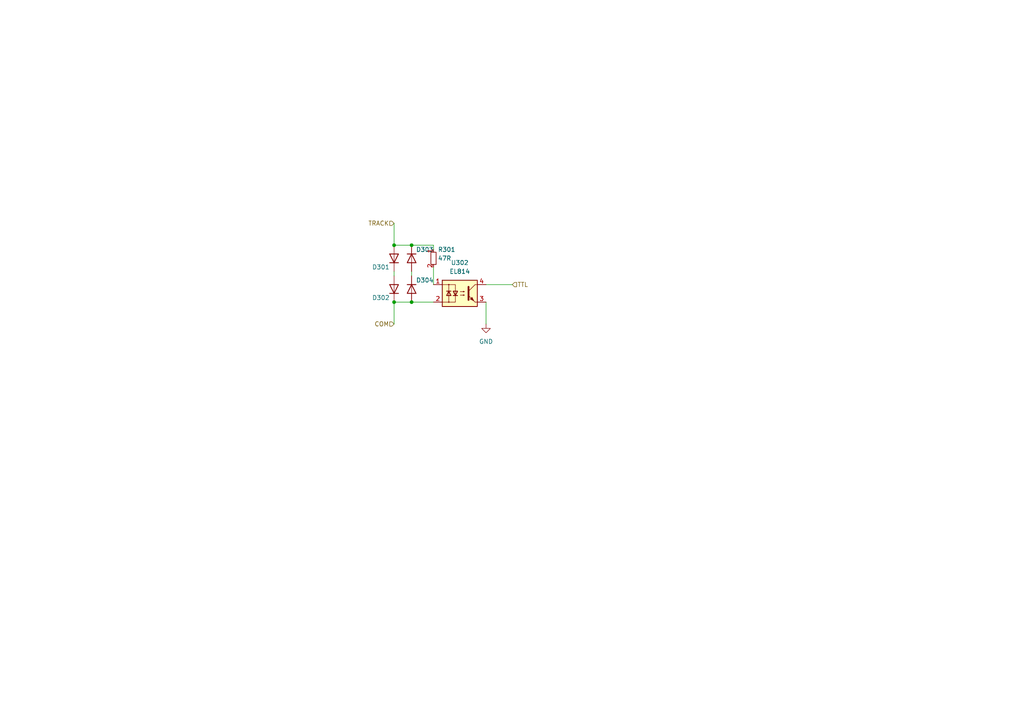
<source format=kicad_sch>
(kicad_sch (version 20230121) (generator eeschema)
  (paper "A4")
  (lib_symbols
    (symbol "custom_kicad_lib_sk:EL814S" (pin_names (offset 1.016))
      (property "Reference" "U" (at -5.334 4.826 0))
      (property "Value" "EL814" (at 0 5.08 0))
      (symbol "EL814S_0_1"
        (rectangle (start -5.08 3.81) (end 5.08 -3.81) (stroke (width 0.254)) (fill (type background)))
        (circle (center -3.175 -2.54) (radius 0.127))
        (circle (center -3.175 2.54) (radius 0.127))
        (polyline (pts (xy -3.81 0.635) (xy -2.54 0.635)) (stroke (width 0.254)))
        (polyline (pts (xy -3.175 -0.635) (xy -3.175 -2.54)))
        (polyline (pts (xy -3.175 0.635) (xy -3.175 -0.635)))
        (polyline (pts (xy -3.175 0.635) (xy -3.175 2.54)))
        (polyline (pts (xy -1.905 -0.635) (xy -0.635 -0.635)) (stroke (width 0.254)))
        (polyline (pts (xy -1.27 0.635) (xy -1.27 -0.635)))
        (polyline (pts (xy 2.54 0.635) (xy 4.445 2.54)))
        (polyline (pts (xy 4.445 -2.54) (xy 2.54 -0.635)) (fill (type outline)))
        (polyline (pts (xy 4.445 -2.54) (xy 5.08 -2.54)))
        (polyline (pts (xy 4.445 2.54) (xy 5.08 2.54)))
        (polyline (pts (xy -5.08 2.54) (xy -1.27 2.54) (xy -1.27 0.635)))
        (polyline (pts (xy -1.27 -0.635) (xy -1.27 -2.54) (xy -5.08 -2.54)))
        (polyline (pts (xy 2.54 1.905) (xy 2.54 -1.905) (xy 2.54 -1.905)) (stroke (width 0.508)))
        (polyline (pts (xy -3.175 0.635) (xy -3.81 -0.635) (xy -2.54 -0.635) (xy -3.175 0.635)) (stroke (width 0.254)))
        (polyline (pts (xy -1.27 -0.635) (xy -1.905 0.635) (xy -0.635 0.635) (xy -1.27 -0.635)) (stroke (width 0.254)))
        (polyline (pts (xy 0.127 -0.508) (xy 1.397 -0.508) (xy 1.016 -0.635) (xy 1.016 -0.381) (xy 1.397 -0.508)))
        (polyline (pts (xy 0.127 0.508) (xy 1.397 0.508) (xy 1.016 0.381) (xy 1.016 0.635) (xy 1.397 0.508)))
        (polyline (pts (xy 3.048 -1.651) (xy 3.556 -1.143) (xy 4.064 -2.159) (xy 3.048 -1.651) (xy 3.048 -1.651)) (fill (type outline)))
      )
      (symbol "EL814S_1_1"
        (pin passive line (at -7.62 2.54 0) (length 2.54) (name "~") (number "1"))
        (pin passive line (at -7.62 -2.54 0) (length 2.54) (name "~") (number "2"))
        (pin passive line (at 7.62 -2.54 180) (length 2.54) (name "~") (number "3"))
        (pin passive line (at 7.62 2.54 180) (length 2.54) (name "~") (number "4"))
      )
    )
    (symbol "custom_kicad_lib_sk:SS53" (pin_numbers hide) (pin_names (offset 1.016) hide)
      (property "Reference" "D" (at 0 2.54 0))
      (property "Value" "SS53" (at 0 -1.27 0))
      (symbol "SS53_0_1"
        (polyline (pts (xy -1.27 2.54) (xy -1.27 0)) (stroke (width 0.254)))
        (polyline (pts (xy 1.27 1.27) (xy -1.27 1.27)))
        (polyline (pts (xy 1.27 2.54) (xy 1.27 0) (xy -1.27 1.27) (xy 1.27 2.54)) (stroke (width 0.254)))
      )
      (symbol "SS53_1_1"
        (pin passive line (at -3.81 1.27 0) (length 2.54) (name "K") (number "1"))
        (pin passive line (at 3.81 1.27 180) (length 2.54) (name "A") (number "2"))
      )
    )
    (symbol "power:GND" (power) (pin_names (offset 0))
      (property "Value" "GND" (at 0 -3.81 0))
      (symbol "GND_0_1"
        (polyline (pts (xy 0 0) (xy 0 -1.27) (xy 1.27 -1.27) (xy 0 -2.54) (xy -1.27 -1.27) (xy 0 -1.27)))
      )
      (symbol "GND_1_1"
        (pin power_in line (at 0 0 270) (length 0) hide (name "GND") (number "1"))
      )
    )
    (symbol "resistors_0603:R_47R_0603"
      (property "Reference" "R" (at 1.27 2.54 0))
      (property "Value" "47R" (at 2.54 -2.54 0))
      (symbol "R_47R_0603_0_1"
        (rectangle (start -0.762 1.778) (end 0.762 -1.778) (stroke (width 0.2032)))
      )
      (symbol "R_47R_0603_1_1"
        (pin passive line (at 0 2.54 270) (length 0.762) (name "~") (number "1"))
        (pin passive line (at 0 -2.54 90) (length 0.762) (name "~") (number "2"))
      )
    )
  )
  (junction (at 119.38 71.12))
  (junction (at 114.3 87.63))
  (junction (at 114.3 71.12))
  (junction (at 119.38 87.63))
  (wire (pts (xy 125.73 72.39) (xy 125.73 71.12)))
  (wire (pts (xy 119.38 87.63) (xy 125.73 87.63)))
  (wire (pts (xy 125.73 77.47) (xy 125.73 82.55)))
  (wire (pts (xy 140.97 87.63) (xy 140.97 93.98)))
  (wire (pts (xy 119.38 71.12) (xy 125.73 71.12)))
  (wire (pts (xy 114.3 87.63) (xy 114.3 93.98)))
  (wire (pts (xy 114.3 71.12) (xy 119.38 71.12)))
  (wire (pts (xy 114.3 64.77) (xy 114.3 71.12)))
  (wire (pts (xy 114.3 78.74) (xy 114.3 80.01)))
  (wire (pts (xy 114.3 87.63) (xy 119.38 87.63)))
  (wire (pts (xy 119.38 78.74) (xy 119.38 80.01)))
  (wire (pts (xy 140.97 82.55) (xy 148.59 82.55)))
  (hierarchical_label "TTL" (shape input) (at 148.59 82.55 0))
  (hierarchical_label "TRACK" (shape input) (at 114.3 64.77 180))
  (hierarchical_label "COM" (shape input) (at 114.3 93.98 180))
  (symbol (lib_id "resistors_0603:R_47R_0603") (at 125.73 74.93 0) (unit 1)
    (property "Reference" "R301" (at 127 72.39 0) (effects (justify left)))
    (property "Value" "47R" (at 127 74.93 0) (effects (justify left)))
    (property "Footprint" "custom_kicad_lib_sk:R_0603_smalltext" (effects hide))
    (property "JLCPCB Part#" "C23182" (effects hide))
    (instances (project "BloX_ABC_MkII" (path "" (reference "R301") (unit 1)) (path "" (reference "R401") (unit 1))))
  )
  (symbol (lib_id "custom_kicad_lib_sk:SS53") (at 118.11 83.82 270) (unit 1)
    (property "Reference" "D304" (at 120.65 81.28 90) (effects (justify left)))
    (property "Value" "SS53" (effects hide))
    (property "Footprint" "Diode_SMD:D_SMA" (effects hide))
    (property "Sim.Device" "D" (effects hide))
    (property "Sim.Pins" "1=K 2=A" (effects hide))
    (property "JLCPCB Part#" "C8678" (effects hide))
    (instances (project "BloX_ABC_MkII" (path "" (reference "D304") (unit 1)) (path "" (reference "D404") (unit 1))))
  )
  (symbol (lib_id "custom_kicad_lib_sk:SS53") (at 118.11 74.93 270) (unit 1)
    (property "Reference" "D303" (at 120.65 72.39 90) (effects (justify left)))
    (property "Value" "SS53" (effects hide))
    (property "Footprint" "Diode_SMD:D_SMA" (effects hide))
    (property "Sim.Device" "D" (effects hide))
    (property "Sim.Pins" "1=K 2=A" (effects hide))
    (property "JLCPCB Part#" "C8678" (effects hide))
    (instances (project "BloX_ABC_MkII" (path "" (reference "D303") (unit 1)) (path "" (reference "D403") (unit 1))))
  )
  (symbol (lib_id "custom_kicad_lib_sk:SS53") (at 115.57 74.93 90) (unit 1)
    (property "Reference" "D301" (at 113.03 77.47 90) (effects (justify left)))
    (property "Value" "SS53" (effects hide))
    (property "Footprint" "Diode_SMD:D_SMA" (effects hide))
    (property "Sim.Device" "D" (effects hide))
    (property "Sim.Pins" "1=K 2=A" (effects hide))
    (property "JLCPCB Part#" "C8678" (effects hide))
    (instances (project "BloX_ABC_MkII" (path "" (reference "D301") (unit 1)) (path "" (reference "D401") (unit 1))))
  )
  (symbol (lib_id "custom_kicad_lib_sk:SS53") (at 115.57 83.82 90) (unit 1)
    (property "Reference" "D302" (at 113.03 86.36 90) (effects (justify left)))
    (property "Value" "SS53" (effects hide))
    (property "Footprint" "Diode_SMD:D_SMA" (effects hide))
    (property "Sim.Device" "D" (effects hide))
    (property "Sim.Pins" "1=K 2=A" (effects hide))
    (property "JLCPCB Part#" "C8678" (effects hide))
    (instances (project "BloX_ABC_MkII" (path "" (reference "D302") (unit 1)) (path "" (reference "D402") (unit 1))))
  )
  (symbol (lib_id "power:GND") (at 140.97 93.98 0) (unit 1)
    (property "Reference" "#PWR0301" (effects hide))
    (property "Value" "GND" (at 140.97 99.06 0))
    (instances (project "BloX_ABC_MkII" (path "" (reference "#PWR0301") (unit 1)) (path "" (reference "#PWR0401") (unit 1))))
  )
  (symbol (lib_id "custom_kicad_lib_sk:EL814S") (at 133.35 85.09 0) (unit 1)
    (property "Reference" "U302" (at 133.35 76.2 0))
    (property "Value" "EL814" (at 133.35 78.74 0))
    (property "Footprint" "Package_DIP:SMDIP-4_W9.53mm" (effects hide))
    (property "Datasheet" "http://www.everlight.com/file/ProductFile/EL814.pdf" (effects hide))
    (property "JLCPCB Part#" "C500388" (effects hide))
    (instances (project "BloX_ABC_MkII" (path "" (reference "U302") (unit 1)) (path "" (reference "U402") (unit 1))))
  )
)
</source>
